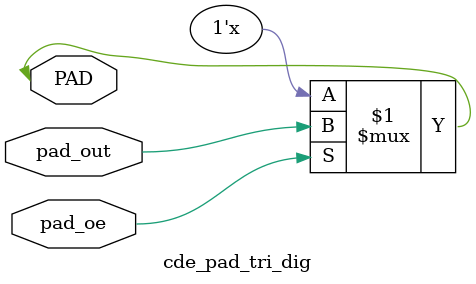
<source format=v>
/**********************************************************************/
/*                                                                    */
/*                                                                    */
/*   Copyright (c) 2012 Ouabache Design Works                         */
/*                                                                    */
/*          All Rights Reserved Worldwide                             */
/*                                                                    */
/*   Licensed under the Apache License,Version2.0 (the'License');     */
/*   you may not use this file except in compliance with the License. */
/*   You may obtain a copy of the License at                          */
/*                                                                    */
/*       http://www.apache.org/licenses/LICENSE-2.0                   */
/*                                                                    */
/*   Unless required by applicable law or agreed to in                */
/*   writing, software distributed under the License is               */
/*   distributed on an 'AS IS' BASIS, WITHOUT WARRANTIES              */
/*   OR CONDITIONS OF ANY KIND, either express or implied.            */
/*   See the License for the specific language governing              */
/*   permissions and limitations under the License.                   */
/**********************************************************************/

module  
cde_pad_tri_dig(

inout   wire     PAD,
input   wire     pad_out,
input   wire     pad_oe

);
	   
assign           PAD     = pad_oe ? pad_out  : 1'bz;
   


endmodule



</source>
